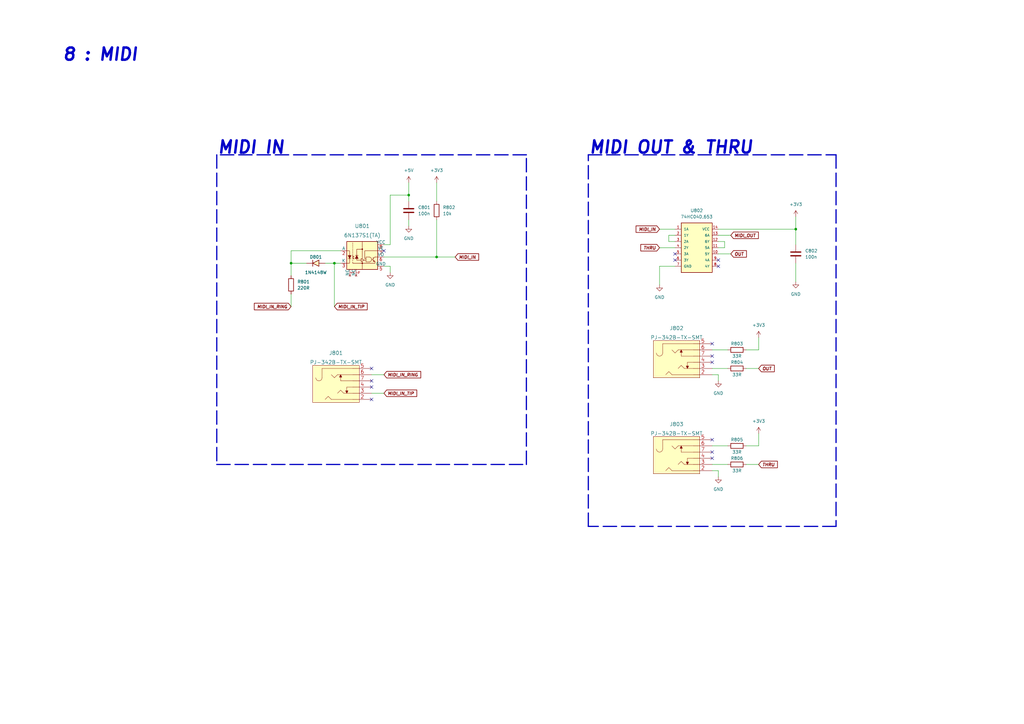
<source format=kicad_sch>
(kicad_sch (version 20211123) (generator eeschema)
  (paper "A3")
  (title_block (title "MIMXRT1064 Audio Board") (date "2023-06-06") (rev "0") (company "Joël Ucedo"))
  (lib_symbols
    (symbol "MY CAPACITOR LIBRARY:CL05B104KB54PNC" (pin_numbers hide) (pin_names (offset 0.254))
      (property "Reference" "C5" (at 3.81 1.2701 0))
      (property "Value" "CL05B104KB54PNC" (at 3.81 -1.2699 0))
      (symbol "CL05B104KB54PNC_0_1"
        (polyline (pts (xy -2.032 -0.762) (xy 2.032 -0.762)) (stroke (width 0.508)))
        (polyline (pts (xy -2.032 0.762) (xy 2.032 0.762)) (stroke (width 0.508)))
      )
      (symbol "CL05B104KB54PNC_1_1"
        (pin passive line (at 0 3.81 270) (length 2.794) (name "~") (number "1"))
        (pin passive line (at 0 -3.81 90) (length 2.794) (name "~") (number "2"))
      )
    )
    (symbol "MY DIODE LIBRARY:1N4148W" (pin_numbers hide) (pin_names (offset 1.016) hide)
      (property "Reference" "D2" (at 0 2.54 0))
      (property "Value" "1N4148W" (at 0 -2.54 0))
      (symbol "1N4148W_0_1"
        (polyline (pts (xy -1.27 1.27) (xy -1.27 -1.27)) (stroke (width 0.254)))
        (polyline (pts (xy 1.27 1.27) (xy 1.27 -1.27) (xy -1.27 0) (xy 1.27 1.27)) (stroke (width 0.254)) (fill (type background)))
      )
      (symbol "1N4148W_1_1"
        (pin passive line (at -3.81 0 0) (length 2.54) (name "K") (number "1"))
        (pin passive line (at 3.81 0 180) (length 2.54) (name "A") (number "2"))
      )
    )
    (symbol "MY IC LIBRARY:74HC04D,653" (pin_names (offset 1.016))
      (property "Reference" "U4" (at 0 15.24 0))
      (property "Value" "74HC04D,653" (at 0 12.7 0))
      (symbol "74HC04D,653_0_0"
        (rectangle (start -6.35 10.16) (end 6.35 -10.16) (stroke (width 0.254)) (fill (type background)))
        (pin input line (at -8.89 7.62 0) (length 2.54) (name "1A") (number "1"))
        (pin output line (at 8.89 -2.54 180) (length 2.54) (name "5Y") (number "10"))
        (pin input line (at 8.89 0 180) (length 2.54) (name "5A") (number "11"))
        (pin output line (at 8.89 2.54 180) (length 2.54) (name "6Y") (number "12"))
        (pin input line (at 8.89 5.08 180) (length 2.54) (name "6A") (number "13"))
        (pin power_in line (at 8.89 7.62 180) (length 2.54) (name "VCC") (number "14"))
        (pin output line (at -8.89 5.08 0) (length 2.54) (name "1Y") (number "2"))
        (pin input line (at -8.89 2.54 0) (length 2.54) (name "2A") (number "3"))
        (pin output line (at -8.89 0 0) (length 2.54) (name "2Y") (number "4"))
        (pin input line (at -8.89 -2.54 0) (length 2.54) (name "3A") (number "5"))
        (pin output line (at -8.89 -5.08 0) (length 2.54) (name "3Y") (number "6"))
        (pin passive line (at -8.89 -7.62 0) (length 2.54) (name "GND") (number "7"))
        (pin output line (at 8.89 -7.62 180) (length 2.54) (name "4Y") (number "8"))
        (pin input line (at 8.89 -5.08 180) (length 2.54) (name "4A") (number "9"))
      )
    )
    (symbol "MY OPTO IC LIBRARY:6N137S1(TA)" (pin_names (offset 0))
      (property "Reference" "U3" (at 0 12.7 0))
      (property "Value" "6N137S1(TA)" (at 0 8.89 0))
      (symbol "6N137S1(TA)_0_1"
        (rectangle (start -6.35 6.35) (end 6.35 -5.08) (stroke (width 0.254)) (fill (type background)))
        (polyline (pts (xy -5.842 -0.635) (xy -4.572 -0.635)))
        (polyline (pts (xy -3.9421 5.0658) (xy -3.9421 4.6848)))
        (polyline (pts (xy -3.9383 4.2804) (xy -3.9383 3.8994)))
        (polyline (pts (xy -3.937 -1.143) (xy -3.937 -1.524)))
        (polyline (pts (xy -3.937 -0.381) (xy -3.937 -0.762)))
        (polyline (pts (xy -3.937 0.381) (xy -3.937 0)))
        (polyline (pts (xy -3.937 1.143) (xy -3.937 0.762)))
        (polyline (pts (xy -3.937 1.905) (xy -3.937 1.524)))
        (polyline (pts (xy -3.937 2.667) (xy -3.937 2.286)))
        (polyline (pts (xy -3.937 3.429) (xy -3.937 3.048)))
        (polyline (pts (xy -3.9293 5.8148) (xy -3.9293 5.4338)))
        (polyline (pts (xy -3.429 -0.762) (xy -3.683 -0.762)))
        (polyline (pts (xy -3.429 0) (xy -3.683 0)))
        (polyline (pts (xy -2.921 0.635) (xy -1.651 0.635)))
        (polyline (pts (xy 0 -5.08) (xy 0 -2.54)))
        (polyline (pts (xy 0 -2.54) (xy 0 -1.651)))
        (polyline (pts (xy 0 6.35) (xy 0 -0.889)))
        (polyline (pts (xy 1.524 -1.27) (xy 0.762 -1.27)))
        (polyline (pts (xy 3.81 -1.016) (xy 4.445 -1.016)))
        (polyline (pts (xy 4.445 -1.397) (xy 5.207 -1.905)))
        (polyline (pts (xy 4.445 -0.635) (xy 5.207 0)))
        (polyline (pts (xy 4.445 -0.127) (xy 4.445 -1.905)))
        (polyline (pts (xy 5.207 -2.54) (xy 0 -2.54)))
        (polyline (pts (xy 5.207 -1.905) (xy 5.207 -2.54)))
        (polyline (pts (xy 6.35 0) (xy 5.207 0)))
        (polyline (pts (xy -5.207 -0.635) (xy -5.207 -2.54) (xy -6.35 -2.54)))
        (polyline (pts (xy -5.207 0.635) (xy -5.207 2.54) (xy -6.35 2.54)))
        (polyline (pts (xy -4.064 -0.127) (xy -3.429 -0.762) (xy -3.429 -0.508)))
        (polyline (pts (xy -4.064 0.635) (xy -3.429 0) (xy -3.429 0.254)))
        (polyline (pts (xy -0.508 -1.27) (xy -2.286 -1.27) (xy -2.286 -0.635)))
        (polyline (pts (xy 0 -2.54) (xy -3.937 -2.54) (xy -3.937 -2.032)))
        (polyline (pts (xy 0 3.175) (xy -2.286 3.175) (xy -2.286 0.635)))
        (polyline (pts (xy -5.842 0.635) (xy -4.572 0.635) (xy -5.207 -0.635) (xy -5.842 0.635)) (fill (type outline)))
        (polyline (pts (xy -2.921 -0.635) (xy -1.651 -0.635) (xy -2.286 0.635) (xy -2.921 -0.635)) (fill (type outline)))
        (polyline (pts (xy 0.762 -1.27) (xy -0.508 -0.635) (xy -0.508 -1.905) (xy 0.762 -1.27)))
        (polyline (pts (xy 1.524 -0.635) (xy 1.016 -0.635) (xy 1.016 2.54) (xy 6.35 2.54)))
        (polyline (pts (xy 2.794 0) (xy 1.524 0) (xy 1.524 -2.032) (xy 2.794 -2.032)))
        (polyline (pts (xy 5.08 -1.8034) (xy 4.9022 -1.4732) (xy 4.699 -1.8288) (xy 5.1054 -1.8288)) (fill (type outline)))
        (arc (start 2.794 -2.032) (mid 3.81 -1.016) (end 2.794 0))
      )
      (symbol "6N137S1(TA)_1_1"
        (circle (center 0 -2.54) (radius 0.2286) (fill (type outline)))
        (circle (center 0 3.2004) (radius 0.2286) (fill (type outline)))
        (pin no_connect line (at -5.08 -7.62 90) (length 2.54) (name "NC") (number "1"))
        (pin passive line (at -8.89 2.54 0) (length 2.54) (name "A") (number "2"))
        (pin passive line (at -8.89 -2.54 0) (length 2.54) (name "K") (number "3"))
        (pin no_connect line (at -2.54 -7.62 90) (length 2.54) (name "NC") (number "4"))
        (pin power_in line (at 8.89 -3.81 180) (length 2.54) (name "GND") (number "5"))
        (pin output line (at 8.89 0 180) (length 2.54) (name "VO") (number "6"))
        (pin input line (at 8.89 2.54 180) (length 2.54) (name "VE") (number "7"))
        (pin power_in line (at 8.89 5.08 180) (length 2.54) (name "VCC") (number "8"))
      )
    )
    (symbol "MY RESISTOR LIBRARY:0402WGF1002TCE" (pin_numbers hide) (pin_names (offset 0))
      (property "Reference" "R" (at 2.032 0 90))
      (property "Value" "0402WGF1002TCE" (at 0 0 90))
      (symbol "0402WGF1002TCE_0_1"
        (rectangle (start -1.016 -2.54) (end 1.016 2.54) (stroke (width 0.254)))
      )
      (symbol "0402WGF1002TCE_1_1"
        (pin passive line (at 0 3.81 270) (length 1.27) (name "~") (number "1"))
        (pin passive line (at 0 -3.81 90) (length 1.27) (name "~") (number "2"))
      )
    )
    (symbol "MY RESISTOR LIBRARY:0603WAF2200T5E" (pin_numbers hide) (pin_names (offset 0))
      (property "Reference" "R" (at 2.032 0 90))
      (property "Value" "0603WAF2200T5E" (at 0 0 90))
      (symbol "0603WAF2200T5E_0_1"
        (rectangle (start -1.016 -2.54) (end 1.016 2.54) (stroke (width 0.254)))
      )
      (symbol "0603WAF2200T5E_1_1"
        (pin passive line (at 0 3.81 270) (length 1.27) (name "~") (number "1"))
        (pin passive line (at 0 -3.81 90) (length 1.27) (name "~") (number "2"))
      )
    )
    (symbol "MY RESISTOR LIBRARY:0603WAF330JT5E" (pin_numbers hide) (pin_names (offset 0))
      (property "Reference" "R" (at 2.032 0 90))
      (property "Value" "0603WAF330JT5E" (at 0 0 90))
      (symbol "0603WAF330JT5E_0_1"
        (rectangle (start -1.016 -2.54) (end 1.016 2.54) (stroke (width 0.254)))
      )
      (symbol "0603WAF330JT5E_1_1"
        (pin passive line (at 0 3.81 270) (length 1.27) (name "~") (number "1"))
        (pin passive line (at 0 -3.81 90) (length 1.27) (name "~") (number "2"))
      )
    )
    (symbol "PJ-342B-TX-SMT_1" (pin_names (offset -0.254) hide)
      (property "Reference" "J" (at -9.525 13.97 0))
      (property "Value" "PJ-342B-TX-SMT_1" (at -9.525 11.43 0))
      (symbol "PJ-342B-TX-SMT_1_0_1"
        (rectangle (start 8.89 -7.62) (end -10.16 7.62) (fill (type background)))
      )
      (symbol "PJ-342B-TX-SMT_1_1_1"
        (arc (start -8.89 2.54) (mid -7.62 1.27) (end -6.35 2.54) (stroke (width 0.127)))
        (polyline (pts (xy -6.35 6.35) (xy -6.35 2.54)) (stroke (width 0.127)))
        (polyline (pts (xy -3.81 -5.08) (xy -5.08 -6.35)) (stroke (width 0.127)))
        (polyline (pts (xy -2.54 -6.35) (xy -3.81 -5.08)) (stroke (width 0.127)))
        (polyline (pts (xy -1.27 2.54) (xy -2.54 3.81)) (stroke (width 0.127)))
        (polyline (pts (xy 0 3.81) (xy -1.27 2.54)) (stroke (width 0.127)))
        (polyline (pts (xy 1.27 -2.54) (xy 0 -3.81)) (stroke (width 0.127)))
        (polyline (pts (xy 1.27 1.27) (xy 6.35 1.27)) (stroke (width 0.127)))
        (polyline (pts (xy 1.27 2.794) (xy 1.27 1.27)) (stroke (width 0.127)))
        (polyline (pts (xy 2.54 -3.81) (xy 1.27 -2.54)) (stroke (width 0.127)))
        (polyline (pts (xy 3.81 -2.794) (xy 3.81 -1.27)) (stroke (width 0.127)))
        (polyline (pts (xy 3.81 -1.27) (xy 6.35 -1.27)) (stroke (width 0.127)))
        (polyline (pts (xy 6.35 -6.35) (xy -2.54 -6.35)) (stroke (width 0.127)))
        (polyline (pts (xy 6.35 -3.81) (xy 2.54 -3.81)) (stroke (width 0.127)))
        (polyline (pts (xy 6.35 3.81) (xy 0 3.81)) (stroke (width 0.127)))
        (polyline (pts (xy 6.35 6.35) (xy -6.35 6.35)) (stroke (width 0.127)))
        (polyline (pts (xy 1.27 3.81) (xy 0.762 2.794) (xy 1.778 2.794) (xy 1.27 3.81)) (fill (type outline)))
        (polyline (pts (xy 3.81 -3.81) (xy 4.318 -2.794) (xy 3.302 -2.794) (xy 3.81 -3.81)) (fill (type outline)))
        (pin passive line (at 13.97 -6.35 180) (length 7.62) (name "2") (number "2"))
        (pin passive line (at 13.97 -3.81 180) (length 7.62) (name "3") (number "3"))
        (pin passive line (at 13.97 -1.27 180) (length 7.62) (name "4") (number "4"))
        (pin passive line (at 13.97 6.35 180) (length 7.62) (name "5") (number "5"))
        (pin passive line (at 13.97 3.81 180) (length 7.62) (name "6") (number "6"))
        (pin passive line (at 13.97 1.27 180) (length 7.62) (name "7") (number "7"))
      )
    )
    (symbol "power:+3V3" (power) (pin_names (offset 0))
      (property "Value" "+3V3" (at 0 3.556 0))
      (symbol "+3V3_0_1"
        (polyline (pts (xy -0.762 1.27) (xy 0 2.54)))
        (polyline (pts (xy 0 0) (xy 0 2.54)))
        (polyline (pts (xy 0 2.54) (xy 0.762 1.27)))
      )
      (symbol "+3V3_1_1"
        (pin power_in line (at 0 0 90) (length 0) hide (name "+3V3") (number "1"))
      )
    )
    (symbol "power:+5V" (power) (pin_names (offset 0))
      (property "Value" "+5V" (at 0 3.556 0))
      (symbol "+5V_0_1"
        (polyline (pts (xy -0.762 1.27) (xy 0 2.54)))
        (polyline (pts (xy 0 0) (xy 0 2.54)))
        (polyline (pts (xy 0 2.54) (xy 0.762 1.27)))
      )
      (symbol "+5V_1_1"
        (pin power_in line (at 0 0 90) (length 0) hide (name "+5V") (number "1"))
      )
    )
    (symbol "power:GND" (power) (pin_names (offset 0))
      (property "Value" "GND" (at 0 -3.81 0))
      (symbol "GND_0_1"
        (polyline (pts (xy 0 0) (xy 0 -1.27) (xy 1.27 -1.27) (xy 0 -2.54) (xy -1.27 -1.27) (xy 0 -1.27)))
      )
      (symbol "GND_1_1"
        (pin power_in line (at 0 0 270) (length 0) hide (name "GND") (number "1"))
      )
    )
  )
  (junction (at 137.16 107.95))
  (junction (at 326.39 93.98))
  (junction (at 179.07 105.41))
  (junction (at 167.64 80.01))
  (junction (at 119.38 107.95))
  (no_connect (at 292.1 140.97))
  (no_connect (at 292.1 180.34))
  (no_connect (at 157.48 102.87))
  (no_connect (at 152.4 158.75))
  (no_connect (at 276.86 106.68))
  (no_connect (at 294.64 109.22))
  (no_connect (at 152.4 151.13))
  (no_connect (at 292.1 146.05))
  (no_connect (at 294.64 106.68))
  (no_connect (at 292.1 187.96))
  (no_connect (at 292.1 185.42))
  (no_connect (at 152.4 163.83))
  (no_connect (at 276.86 104.14))
  (no_connect (at 152.4 156.21))
  (no_connect (at 292.1 148.59))
  (polyline (pts (xy 88.9 63.5) (xy 88.9 190.5)) (stroke (width 0.5)))
  (wire (pts (xy 326.39 93.98) (xy 294.64 93.98)))
  (polyline (pts (xy 215.9 190.5) (xy 215.9 63.5)) (stroke (width 0.5)))
  (polyline (pts (xy 342.9 63.5) (xy 342.9 215.9)) (stroke (width 0.5)))
  (wire (pts (xy 294.64 156.21) (xy 294.64 153.67)))
  (wire (pts (xy 270.51 101.6) (xy 276.86 101.6)))
  (wire (pts (xy 270.51 109.22) (xy 276.86 109.22)))
  (wire (pts (xy 119.38 107.95) (xy 125.73 107.95)))
  (wire (pts (xy 276.86 96.52) (xy 274.32 96.52)))
  (wire (pts (xy 160.02 80.01) (xy 167.64 80.01)))
  (wire (pts (xy 294.64 104.14) (xy 299.72 104.14)))
  (wire (pts (xy 152.4 161.29) (xy 157.48 161.29)))
  (wire (pts (xy 167.64 80.01) (xy 167.64 82.55)))
  (wire (pts (xy 292.1 143.51) (xy 298.45 143.51)))
  (wire (pts (xy 139.7 102.87) (xy 119.38 102.87)))
  (wire (pts (xy 306.07 190.5) (xy 311.15 190.5)))
  (wire (pts (xy 306.07 151.13) (xy 311.15 151.13)))
  (wire (pts (xy 133.35 107.95) (xy 137.16 107.95)))
  (wire (pts (xy 306.07 182.88) (xy 311.15 182.88)))
  (wire (pts (xy 326.39 100.33) (xy 326.39 93.98)))
  (wire (pts (xy 306.07 143.51) (xy 311.15 143.51)))
  (polyline (pts (xy 241.3 215.9) (xy 241.3 63.5)) (stroke (width 0.5)))
  (wire (pts (xy 119.38 102.87) (xy 119.38 107.95)))
  (wire (pts (xy 311.15 177.8) (xy 311.15 182.88)))
  (wire (pts (xy 292.1 190.5) (xy 298.45 190.5)))
  (wire (pts (xy 294.64 153.67) (xy 292.1 153.67)))
  (wire (pts (xy 326.39 107.95) (xy 326.39 115.57)))
  (wire (pts (xy 274.32 99.06) (xy 276.86 99.06)))
  (wire (pts (xy 292.1 182.88) (xy 298.45 182.88)))
  (wire (pts (xy 179.07 74.93) (xy 179.07 82.55)))
  (wire (pts (xy 119.38 107.95) (xy 119.38 113.03)))
  (wire (pts (xy 294.64 193.04) (xy 292.1 193.04)))
  (wire (pts (xy 270.51 93.98) (xy 276.86 93.98)))
  (wire (pts (xy 294.64 101.6) (xy 297.18 101.6)))
  (polyline (pts (xy 342.9 215.9) (xy 241.3 215.9)) (stroke (width 0.5)))
  (polyline (pts (xy 241.3 63.5) (xy 342.9 63.5)) (stroke (width 0.5)))
  (wire (pts (xy 294.64 195.58) (xy 294.64 193.04)))
  (wire (pts (xy 297.18 99.06) (xy 297.18 101.6)))
  (wire (pts (xy 160.02 100.33) (xy 160.02 80.01)))
  (wire (pts (xy 157.48 109.22) (xy 160.02 109.22)))
  (wire (pts (xy 326.39 88.9) (xy 326.39 93.98)))
  (wire (pts (xy 160.02 109.22) (xy 160.02 111.76)))
  (wire (pts (xy 157.48 100.33) (xy 160.02 100.33)))
  (wire (pts (xy 294.64 96.52) (xy 299.72 96.52)))
  (polyline (pts (xy 215.9 63.5) (xy 88.9 63.5)) (stroke (width 0.5)))
  (wire (pts (xy 292.1 151.13) (xy 298.45 151.13)))
  (wire (pts (xy 152.4 153.67) (xy 157.48 153.67)))
  (wire (pts (xy 294.64 99.06) (xy 297.18 99.06)))
  (wire (pts (xy 270.51 116.84) (xy 270.51 109.22)))
  (wire (pts (xy 179.07 105.41) (xy 157.48 105.41)))
  (wire (pts (xy 119.38 120.65) (xy 119.38 125.73)))
  (polyline (pts (xy 88.9 190.5) (xy 215.9 190.5)) (stroke (width 0.5)))
  (wire (pts (xy 167.64 90.17) (xy 167.64 92.71)))
  (wire (pts (xy 274.32 96.52) (xy 274.32 99.06)))
  (wire (pts (xy 179.07 90.17) (xy 179.07 105.41)))
  (wire (pts (xy 167.64 74.93) (xy 167.64 80.01)))
  (wire (pts (xy 179.07 105.41) (xy 186.69 105.41)))
  (wire (pts (xy 137.16 107.95) (xy 139.7 107.95)))
  (wire (pts (xy 137.16 107.95) (xy 137.16 125.73)))
  (wire (pts (xy 311.15 138.43) (xy 311.15 143.51)))
  (text "8 : MIDI" (at 25.4 25.4 0) (effects (font (size 5 5) bold italic) (justify left bottom)))
  (text "MIDI OUT & THRU" (at 241.3 63.5 0) (effects (font (size 5 5) bold italic) (justify left bottom)))
  (text "MIDI IN" (at 88.9 63.5 0) (effects (font (size 5 5) bold italic) (justify left bottom)))
  (global_label "MIDI_IN_TIP" (shape input) (at 137.16 125.73 0) (effects (font bold italic)) (property "Intersheet References" "${INTERSHEET_REFS}" (effects hide)))
  (global_label "OUT" (shape input) (at 299.72 104.14 0) (effects (font bold italic)) (property "Intersheet References" "${INTERSHEET_REFS}" (effects hide)))
  (global_label "MIDI_OUT" (shape input) (at 299.72 96.52 0) (effects (font bold italic)) (property "Intersheet References" "${INTERSHEET_REFS}" (effects hide)))
  (global_label "MIDI_IN" (shape input) (at 270.51 93.98 180) (effects (font bold italic)) (property "Intersheet References" "${INTERSHEET_REFS}" (effects hide)))
  (global_label "THRU" (shape input) (at 311.15 190.5 0) (effects (font bold italic)) (property "Intersheet References" "${INTERSHEET_REFS}" (effects hide)))
  (global_label "MIDI_IN_RING" (shape input) (at 119.38 125.73 180) (effects (font bold italic)) (property "Intersheet References" "${INTERSHEET_REFS}" (effects hide)))
  (global_label "MIDI_IN_RING" (shape input) (at 157.48 153.67 0) (effects (font bold italic)) (property "Intersheet References" "${INTERSHEET_REFS}" (effects hide)))
  (global_label "OUT" (shape input) (at 311.15 151.13 0) (effects (font bold italic)) (property "Intersheet References" "${INTERSHEET_REFS}" (effects hide)))
  (global_label "MIDI_IN_TIP" (shape input) (at 157.48 161.29 0) (effects (font bold italic)) (property "Intersheet References" "${INTERSHEET_REFS}" (effects hide)))
  (global_label "THRU" (shape input) (at 270.51 101.6 180) (effects (font bold italic)) (property "Intersheet References" "${INTERSHEET_REFS}" (effects hide)))
  (global_label "MIDI_IN" (shape input) (at 186.69 105.41 0) (effects (font bold italic)) (property "Intersheet References" "${INTERSHEET_REFS}" (effects hide)))
  (symbol (lib_id "power:+3V3") (at 179.07 74.93 0) (unit 1)
    (property "Reference" "#PWR0804" (effects hide))
    (property "Value" "+3V3" (at 179.07 69.85 0))
  )
  (symbol (lib_id "power:GND") (at 326.39 115.57 0) (unit 1)
    (property "Reference" "#PWR0811" (effects hide))
    (property "Value" "GND" (at 326.39 120.65 0))
  )
  (symbol (lib_id "power:+3V3") (at 311.15 177.8 0) (unit 1)
    (property "Reference" "#PWR0809" (effects hide))
    (property "Value" "+3V3" (at 311.15 172.72 0))
  )
  (symbol (lib_id "MY IC LIBRARY:74HC04D,653") (at 285.75 101.6 0) (unit 1)
    (property "Reference" "U802" (at 285.75 86.36 0))
    (property "Value" "74HC04D,653" (at 285.75 88.9 0))
    (property "Footprint" "MY IC LIBRARY:74HC04D_653_SOIC-14" (effects hide))
    (property "MPN" "74HC04D,653" (effects hide))
    (property "OC_FARNELL" "-" (effects hide))
    (property "OC_NEWARK" "78R6253" (effects hide))
    (property "SUPPLIER" "NXP" (effects hide))
    (property "PACKAGE" "SOIC-14" (effects hide))
  )
  (symbol (lib_id "power:GND") (at 294.64 195.58 0) (unit 1)
    (property "Reference" "#PWR0807" (effects hide))
    (property "Value" "GND" (at 294.64 200.66 0))
  )
  (symbol (lib_id "power:+5V") (at 167.64 74.93 0) (unit 1)
    (property "Reference" "#PWR0802" (effects hide))
    (property "Value" "+5V" (at 167.64 69.85 0))
  )
  (symbol (lib_id "power:GND") (at 167.64 92.71 0) (unit 1)
    (property "Reference" "#PWR0803" (effects hide))
    (property "Value" "GND" (at 167.64 97.79 0))
  )
  (symbol (lib_name "PJ-342B-TX-SMT_1") (lib_id "MY CONNECTOR LIBRARY:PJ-342B-TX-SMT") (at 278.13 186.69 0) (unit 1)
    (property "Reference" "J803" (at 277.495 173.99 0) (effects (font (size 1.524 1.524))))
    (property "Value" "PJ-342B-TX-SMT" (at 277.495 177.8 0) (effects (font (size 1.524 1.524))))
    (property "Footprint" "MY CONNECTOR LIBRARY:PJ-342B-TX-SMT" (effects hide))
  )
  (symbol (lib_id "MY RESISTOR LIBRARY:0603WAF330JT5E") (at 302.26 182.88 90) (unit 1)
    (property "Reference" "R805" (at 302.26 180.34 90))
    (property "Value" "33R" (at 302.26 185.42 90))
    (property "Footprint" "MY RESISTOR LIBRARY:0805W8F330JT5E" (effects hide))
  )
  (symbol (lib_id "MY OPTO IC LIBRARY:6N137S1(TA)") (at 148.59 105.41 0) (unit 1)
    (property "Reference" "U801" (at 148.59 92.71 0) (effects (font (size 1.524 1.524))))
    (property "Value" "6N137S1(TA)" (at 148.59 96.52 0) (effects (font (size 1.524 1.524))))
    (property "Footprint" "MY OPTO IC LIBRARY:6N137S1_TA_SMD-8P" (effects hide))
    (property "Datasheet" "https://media.digikey.com/pdf/Data%20Sheets/Lite-On%20PDFs/6N137%20Series.pdf" (effects hide))
    (property "Digi-Key_PN" "160-1791-ND" (effects hide))
    (property "MPN" "6N137" (effects hide))
    (property "Category" "Isolators" (effects hide))
    (property "Family" "Optoisolators - Logic Output" (effects hide))
    (property "DK_Datasheet_Link" "https://media.digikey.com/pdf/Data%20Sheets/Lite-On%20PDFs/6N137%20Series.pdf" (effects hide))
    (property "DK_Detail_Page" "/product-detail/en/lite-on-inc/6N137/160-1791-ND/1969175" (effects hide))
    (property "Description" "OPTOISO 5KV 1CH OPEN COLL 8DIP" (effects hide))
    (property "Manufacturer" "Lite-On Inc." (effects hide))
    (property "Status" "Active" (effects hide))
  )
  (symbol (lib_id "MY RESISTOR LIBRARY:0603WAF330JT5E") (at 302.26 151.13 90) (unit 1)
    (property "Reference" "R804" (at 302.26 148.59 90))
    (property "Value" "33R" (at 302.26 153.67 90))
    (property "Footprint" "MY RESISTOR LIBRARY:0805W8F330JT5E" (effects hide))
  )
  (symbol (lib_id "power:GND") (at 270.51 116.84 0) (unit 1)
    (property "Reference" "#PWR0805" (effects hide))
    (property "Value" "GND" (at 270.51 121.92 0))
  )
  (symbol (lib_name "PJ-342B-TX-SMT_1") (lib_id "MY CONNECTOR LIBRARY:PJ-342B-TX-SMT") (at 278.13 147.32 0) (unit 1)
    (property "Reference" "J802" (at 277.495 134.62 0) (effects (font (size 1.524 1.524))))
    (property "Value" "PJ-342B-TX-SMT" (at 277.495 138.43 0) (effects (font (size 1.524 1.524))))
    (property "Footprint" "MY CONNECTOR LIBRARY:PJ-342B-TX-SMT" (effects hide))
  )
  (symbol (lib_id "power:GND") (at 160.02 111.76 0) (unit 1)
    (property "Reference" "#PWR0801" (effects hide))
    (property "Value" "GND" (at 160.02 116.84 0))
  )
  (symbol (lib_id "MY RESISTOR LIBRARY:0603WAF330JT5E") (at 302.26 143.51 90) (unit 1)
    (property "Reference" "R803" (at 302.26 140.97 90))
    (property "Value" "33R" (at 302.26 146.05 90))
    (property "Footprint" "MY RESISTOR LIBRARY:0805W8F330JT5E" (effects hide))
  )
  (symbol (lib_id "MY CAPACITOR LIBRARY:CL05B104KB54PNC") (at 326.39 104.14 0) (unit 1)
    (property "Reference" "C802" (at 330.2 102.8699 0) (effects (justify left)))
    (property "Value" "100n" (at 330.2 105.4099 0) (effects (justify left)))
    (property "Footprint" "MY CAPACITOR LIBRARY:0402_CL05B104KB54PNC" (effects hide))
  )
  (symbol (lib_id "MY RESISTOR LIBRARY:0603WAF2200T5E") (at 119.38 116.84 0) (unit 1)
    (property "Reference" "R801" (at 121.92 115.5699 0) (effects (justify left)))
    (property "Value" "220R" (at 121.92 118.1099 0) (effects (justify left)))
    (property "Footprint" "MY RESISTOR LIBRARY:0603WAF2200T5E" (effects hide))
  )
  (symbol (lib_id "MY RESISTOR LIBRARY:0603WAF330JT5E") (at 302.26 190.5 90) (unit 1)
    (property "Reference" "R806" (at 302.26 187.96 90))
    (property "Value" "33R" (at 302.26 193.04 90))
    (property "Footprint" "MY RESISTOR LIBRARY:0805W8F330JT5E" (effects hide))
  )
  (symbol (lib_id "power:GND") (at 294.64 156.21 0) (unit 1)
    (property "Reference" "#PWR0806" (effects hide))
    (property "Value" "GND" (at 294.64 161.29 0))
  )
  (symbol (lib_id "power:+3V3") (at 326.39 88.9 0) (unit 1)
    (property "Reference" "#PWR0810" (effects hide))
    (property "Value" "+3V3" (at 326.39 83.82 0))
  )
  (symbol (lib_id "MY DIODE LIBRARY:1N4148W") (at 129.54 107.95 0) (unit 1)
    (property "Reference" "D801" (at 129.54 105.41 0))
    (property "Value" "1N4148W" (at 129.54 111.76 0))
    (property "Footprint" "MY DIODE LIBRARY:1N4148W_SOD-123" (effects hide))
    (property "Datasheet" "https://www.onsemi.com/pub/Collateral/MMSD914T1-D.PDF" (effects hide))
  )
  (symbol (lib_id "power:+3V3") (at 311.15 138.43 0) (unit 1)
    (property "Reference" "#PWR0808" (effects hide))
    (property "Value" "+3V3" (at 311.15 133.35 0))
  )
  (symbol (lib_id "MY RESISTOR LIBRARY:0402WGF1002TCE") (at 179.07 86.36 0) (unit 1)
    (property "Reference" "R802" (at 181.61 85.0899 0) (effects (justify left)))
    (property "Value" "10k" (at 181.61 87.6299 0) (effects (justify left)))
    (property "Footprint" "MY RESISTOR LIBRARY:0402WGF1002TCE" (effects hide))
  )
  (symbol (lib_name "PJ-342B-TX-SMT_1") (lib_id "MY CONNECTOR LIBRARY:PJ-342B-TX-SMT") (at 138.43 157.48 0) (unit 1)
    (property "Reference" "J801" (at 137.795 144.78 0) (effects (font (size 1.524 1.524))))
    (property "Value" "PJ-342B-TX-SMT" (at 137.795 148.59 0) (effects (font (size 1.524 1.524))))
    (property "Footprint" "MY CONNECTOR LIBRARY:PJ-342B-TX-SMT" (effects hide))
  )
  (symbol (lib_id "MY CAPACITOR LIBRARY:CL05B104KB54PNC") (at 167.64 86.36 0) (unit 1)
    (property "Reference" "C801" (at 171.45 85.0899 0) (effects (justify left)))
    (property "Value" "100n" (at 171.45 87.6299 0) (effects (justify left)))
    (property "Footprint" "MY CAPACITOR LIBRARY:0402_CL05B104KB54PNC" (effects hide))
  )
)
</source>
